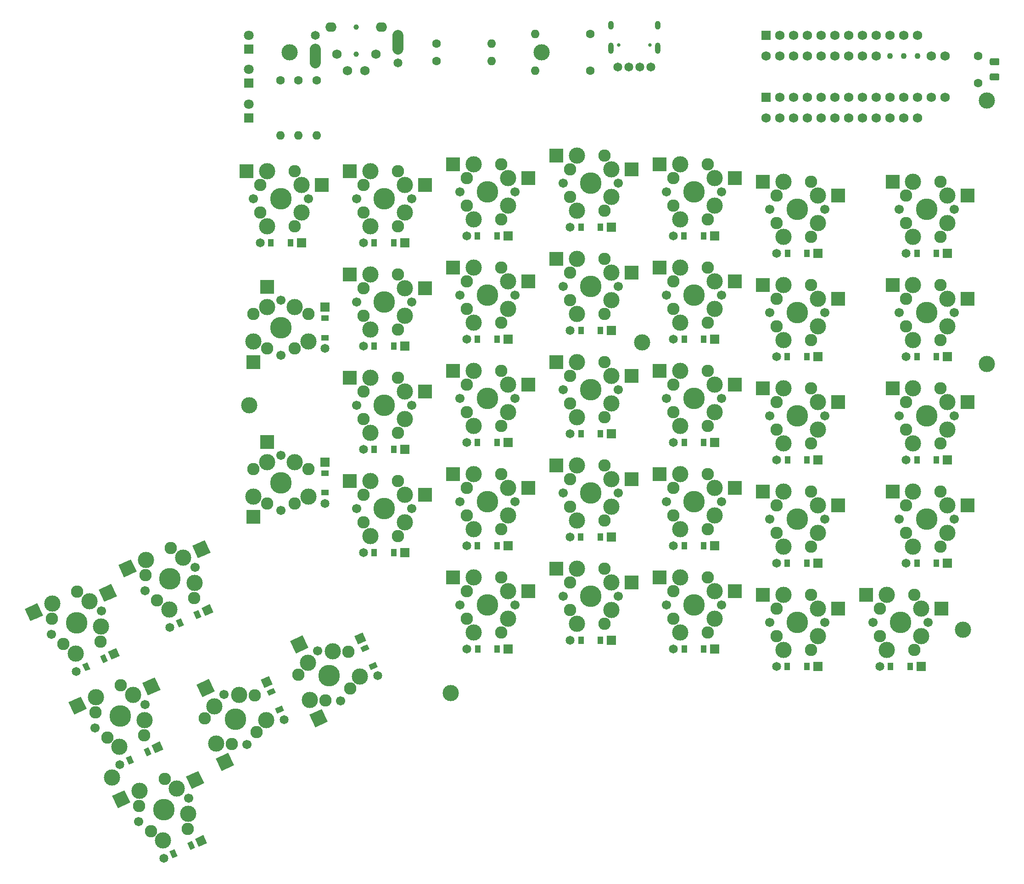
<source format=gbr>
G04 #@! TF.GenerationSoftware,KiCad,Pcbnew,(5.1.4)-1*
G04 #@! TF.CreationDate,2019-09-13T04:19:27+08:00*
G04 #@! TF.ProjectId,ErgoDoxTW,4572676f-446f-4785-9457-2e6b69636164,rev?*
G04 #@! TF.SameCoordinates,Original*
G04 #@! TF.FileFunction,Soldermask,Top*
G04 #@! TF.FilePolarity,Negative*
%FSLAX46Y46*%
G04 Gerber Fmt 4.6, Leading zero omitted, Abs format (unit mm)*
G04 Created by KiCad (PCBNEW (5.1.4)-1) date 2019-09-13 04:19:27*
%MOMM*%
%LPD*%
G04 APERTURE LIST*
%ADD10C,2.000000*%
%ADD11C,1.000000*%
%ADD12C,0.150000*%
%ADD13C,1.651000*%
%ADD14C,2.500000*%
%ADD15C,1.701800*%
%ADD16C,2.286000*%
%ADD17C,3.987800*%
%ADD18C,3.000000*%
%ADD19C,0.650000*%
%ADD20O,1.000000X2.100000*%
%ADD21O,1.000000X1.600000*%
%ADD22O,1.600000X1.600000*%
%ADD23C,1.600000*%
%ADD24C,1.800000*%
%ADD25R,1.800000X1.800000*%
%ADD26R,1.000000X1.400000*%
%ADD27R,2.550000X2.500000*%
%ADD28R,1.651000X1.651000*%
%ADD29R,1.400000X1.000000*%
%ADD30R,2.500000X2.550000*%
%ADD31C,1.752600*%
%ADD32C,1.092200*%
%ADD33R,1.752600X1.752600*%
%ADD34C,0.990600*%
%ADD35O,2.057400X1.752600*%
%ADD36C,1.250000*%
G04 APERTURE END LIST*
D10*
X103841862Y-28818859D02*
X103841862Y-26278859D01*
X88601982Y-31358806D02*
X88601982Y-28818806D01*
D11*
X46364907Y-142750255D03*
D12*
G36*
X46207586Y-143595980D02*
G01*
X45615920Y-142327149D01*
X46522228Y-141904530D01*
X47113894Y-143173361D01*
X46207586Y-143595980D01*
X46207586Y-143595980D01*
G37*
D11*
X49627615Y-141228829D03*
D12*
G36*
X49470294Y-142074554D02*
G01*
X48878628Y-140805723D01*
X49784936Y-140383104D01*
X50376602Y-141651935D01*
X49470294Y-142074554D01*
X49470294Y-142074554D01*
G37*
D13*
X44543229Y-143599717D03*
D14*
X50339456Y-129126056D03*
D12*
G36*
X49712186Y-130797779D02*
G01*
X48655641Y-128532010D01*
X50966726Y-127454333D01*
X52023271Y-129720102D01*
X49712186Y-130797779D01*
X49712186Y-130797779D01*
G37*
D15*
X39957176Y-136769973D03*
X49165264Y-132476171D03*
D16*
X40034737Y-133931226D03*
D17*
X44561220Y-134623072D03*
D16*
X44716341Y-128945578D03*
D18*
X49087703Y-135314918D03*
X44406099Y-140300566D03*
D14*
X36713643Y-132677297D03*
D12*
G36*
X36086373Y-134349020D02*
G01*
X35029828Y-132083251D01*
X37340913Y-131005574D01*
X38397458Y-133271343D01*
X36086373Y-134349020D01*
X36086373Y-134349020D01*
G37*
D16*
X42181638Y-138535269D03*
X49010143Y-138153665D03*
D18*
X46940802Y-130710875D03*
X40112297Y-131092479D03*
D13*
X51449294Y-140379366D03*
D12*
G36*
X51050008Y-141476394D02*
G01*
X50352266Y-139980080D01*
X51848580Y-139282338D01*
X52546322Y-140778652D01*
X51050008Y-141476394D01*
X51050008Y-141476394D01*
G37*
D11*
X82027980Y-150667140D03*
D12*
G36*
X82873705Y-150824461D02*
G01*
X81604874Y-151416127D01*
X81182255Y-150509819D01*
X82451086Y-149918153D01*
X82873705Y-150824461D01*
X82873705Y-150824461D01*
G37*
D11*
X80506554Y-147404432D03*
D12*
G36*
X81352279Y-147561753D02*
G01*
X80083448Y-148153419D01*
X79660829Y-147247111D01*
X80929660Y-146655445D01*
X81352279Y-147561753D01*
X81352279Y-147561753D01*
G37*
D13*
X82877442Y-152488818D03*
D14*
X68403781Y-146692591D03*
D12*
G36*
X70075504Y-147319861D02*
G01*
X67809735Y-148376406D01*
X66732058Y-146065321D01*
X68997827Y-145008776D01*
X70075504Y-147319861D01*
X70075504Y-147319861D01*
G37*
D15*
X76047698Y-157074871D03*
X71753896Y-147866783D03*
D16*
X73208951Y-156997310D03*
D17*
X73900797Y-152470827D03*
D16*
X68223303Y-152315706D03*
D18*
X74592643Y-147944344D03*
X79578291Y-152625948D03*
D14*
X71955022Y-160318404D03*
D12*
G36*
X73626745Y-160945674D02*
G01*
X71360976Y-162002219D01*
X70283299Y-159691134D01*
X72549068Y-158634589D01*
X73626745Y-160945674D01*
X73626745Y-160945674D01*
G37*
D16*
X77812994Y-154850409D03*
X77431390Y-148021904D03*
D18*
X69988600Y-150091245D03*
X70370204Y-156919750D03*
D13*
X79657091Y-145582753D03*
D12*
G36*
X80754119Y-145982039D02*
G01*
X79257805Y-146679781D01*
X78560063Y-145183467D01*
X80056377Y-144485725D01*
X80754119Y-145982039D01*
X80754119Y-145982039D01*
G37*
D13*
X150498716Y-32123340D03*
X148473316Y-32123340D03*
X146447916Y-32123340D03*
X144397116Y-32123340D03*
D19*
X150366516Y-28099040D03*
X144586516Y-28099040D03*
D20*
X143156516Y-28629040D03*
X151796516Y-28629040D03*
D21*
X143156516Y-24449040D03*
X151796516Y-24449040D03*
D22*
X121135526Y-27785528D03*
D23*
X110975526Y-27785528D03*
D22*
X129187025Y-26075498D03*
D23*
X139347025Y-26075498D03*
D22*
X121141970Y-31071803D03*
D23*
X110981970Y-31071803D03*
D22*
X129186837Y-32797474D03*
D23*
X139346837Y-32797474D03*
D24*
X76326891Y-26278782D03*
D25*
X76326891Y-28818782D03*
D24*
X76327115Y-38978667D03*
D25*
X76327115Y-41518667D03*
D24*
X76327365Y-32578628D03*
D25*
X76327365Y-35118628D03*
D26*
X199582609Y-104584587D03*
X203182609Y-104584587D03*
D13*
X197572609Y-104584587D03*
D27*
X208942609Y-93916587D03*
D15*
X196302609Y-96456587D03*
X206462609Y-96456587D03*
D16*
X197572609Y-93916587D03*
D17*
X201382609Y-96456587D03*
D16*
X203922609Y-91376587D03*
D18*
X205192609Y-98996587D03*
X198842609Y-101536587D03*
D27*
X195092609Y-91376587D03*
D16*
X197572609Y-98996587D03*
X203922609Y-101536587D03*
D18*
X205192609Y-93916587D03*
X198842609Y-91376587D03*
D28*
X205192609Y-104584587D03*
D26*
X199582366Y-85533777D03*
X203182366Y-85533777D03*
D13*
X197572366Y-85533777D03*
D27*
X208942366Y-74865777D03*
D15*
X196302366Y-77405777D03*
X206462366Y-77405777D03*
D16*
X197572366Y-74865777D03*
D17*
X201382366Y-77405777D03*
D16*
X203922366Y-72325777D03*
D18*
X205192366Y-79945777D03*
X198842366Y-82485777D03*
D27*
X195092366Y-72325777D03*
D16*
X197572366Y-79945777D03*
X203922366Y-82485777D03*
D18*
X205192366Y-74865777D03*
X198842366Y-72325777D03*
D28*
X205192366Y-85533777D03*
D26*
X199582430Y-123634490D03*
X203182430Y-123634490D03*
D13*
X197572430Y-123634490D03*
D27*
X208942430Y-112966490D03*
D15*
X196302430Y-115506490D03*
X206462430Y-115506490D03*
D16*
X197572430Y-112966490D03*
D17*
X201382430Y-115506490D03*
D16*
X203922430Y-110426490D03*
D18*
X205192430Y-118046490D03*
X198842430Y-120586490D03*
D27*
X195092430Y-110426490D03*
D16*
X197572430Y-118046490D03*
X203922430Y-120586490D03*
D18*
X205192430Y-112966490D03*
X198842430Y-110426490D03*
D28*
X205192430Y-123634490D03*
D26*
X199582001Y-66487437D03*
X203182001Y-66487437D03*
D13*
X197572001Y-66487437D03*
D27*
X208942001Y-55819437D03*
D15*
X196302001Y-58359437D03*
X206462001Y-58359437D03*
D16*
X197572001Y-55819437D03*
D17*
X201382001Y-58359437D03*
D16*
X203922001Y-53279437D03*
D18*
X205192001Y-60899437D03*
X198842001Y-63439437D03*
D27*
X195092001Y-53279437D03*
D16*
X197572001Y-60899437D03*
X203922001Y-63439437D03*
D18*
X205192001Y-55819437D03*
X198842001Y-53279437D03*
D28*
X205192001Y-66487437D03*
D11*
X63629164Y-134699800D03*
D12*
G36*
X63471843Y-135545525D02*
G01*
X62880177Y-134276694D01*
X63786485Y-133854075D01*
X64378151Y-135122906D01*
X63471843Y-135545525D01*
X63471843Y-135545525D01*
G37*
D11*
X66891872Y-133178374D03*
D12*
G36*
X66734551Y-134024099D02*
G01*
X66142885Y-132755268D01*
X67049193Y-132332649D01*
X67640859Y-133601480D01*
X66734551Y-134024099D01*
X66734551Y-134024099D01*
G37*
D13*
X61807486Y-135549262D03*
D14*
X67603713Y-121075601D03*
D12*
G36*
X66976443Y-122747324D02*
G01*
X65919898Y-120481555D01*
X68230983Y-119403878D01*
X69287528Y-121669647D01*
X66976443Y-122747324D01*
X66976443Y-122747324D01*
G37*
D15*
X57221433Y-128719518D03*
X66429521Y-124425716D03*
D16*
X57298994Y-125880771D03*
D17*
X61825477Y-126572617D03*
D16*
X61980598Y-120895123D03*
D18*
X66351960Y-127264463D03*
X61670356Y-132250111D03*
D14*
X53977900Y-124626842D03*
D12*
G36*
X53350630Y-126298565D02*
G01*
X52294085Y-124032796D01*
X54605170Y-122955119D01*
X55661715Y-125220888D01*
X53350630Y-126298565D01*
X53350630Y-126298565D01*
G37*
D16*
X59445895Y-130484814D03*
X66274400Y-130103210D03*
D18*
X64205059Y-122660420D03*
X57376554Y-123042024D03*
D13*
X68713551Y-132328911D03*
D12*
G36*
X68314265Y-133425939D02*
G01*
X67616523Y-131929625D01*
X69112837Y-131231883D01*
X69810579Y-132728197D01*
X68314265Y-133425939D01*
X68314265Y-133425939D01*
G37*
D26*
X99501765Y-121729968D03*
X103101765Y-121729968D03*
D13*
X97491765Y-121729968D03*
D27*
X108861765Y-111061968D03*
D15*
X96221765Y-113601968D03*
X106381765Y-113601968D03*
D16*
X97491765Y-111061968D03*
D17*
X101301765Y-113601968D03*
D16*
X103841765Y-108521968D03*
D18*
X105111765Y-116141968D03*
X98761765Y-118681968D03*
D27*
X95011765Y-108521968D03*
D16*
X97491765Y-116141968D03*
X103841765Y-118681968D03*
D18*
X105111765Y-111061968D03*
X98761765Y-108521968D03*
D28*
X105111765Y-121729968D03*
D26*
X137602655Y-61711581D03*
X141202655Y-61711581D03*
D13*
X135592655Y-61711581D03*
D27*
X146962655Y-51043581D03*
D15*
X134322655Y-53583581D03*
X144482655Y-53583581D03*
D16*
X135592655Y-51043581D03*
D17*
X139402655Y-53583581D03*
D16*
X141942655Y-48503581D03*
D18*
X143212655Y-56123581D03*
X136862655Y-58663581D03*
D27*
X133112655Y-48503581D03*
D16*
X135592655Y-56123581D03*
X141942655Y-58663581D03*
D18*
X143212655Y-51043581D03*
X136862655Y-48503581D03*
D28*
X143212655Y-61711581D03*
D26*
X99501989Y-64581949D03*
X103101989Y-64581949D03*
D13*
X97491989Y-64581949D03*
D27*
X108861989Y-53913949D03*
D15*
X96221989Y-56453949D03*
X106381989Y-56453949D03*
D16*
X97491989Y-53913949D03*
D17*
X101301989Y-56453949D03*
D16*
X103841989Y-51373949D03*
D18*
X105111989Y-58993949D03*
X98761989Y-61533949D03*
D27*
X95011989Y-51373949D03*
D16*
X97491989Y-58993949D03*
X103841989Y-61533949D03*
D18*
X105111989Y-53913949D03*
X98761989Y-51373949D03*
D28*
X105111989Y-64581949D03*
D26*
X118551859Y-82359328D03*
X122151859Y-82359328D03*
D13*
X116541859Y-82359328D03*
D27*
X127911859Y-71691328D03*
D15*
X115271859Y-74231328D03*
X125431859Y-74231328D03*
D16*
X116541859Y-71691328D03*
D17*
X120351859Y-74231328D03*
D16*
X122891859Y-69151328D03*
D18*
X124161859Y-76771328D03*
X117811859Y-79311328D03*
D27*
X114061859Y-69151328D03*
D16*
X116541859Y-76771328D03*
X122891859Y-79311328D03*
D18*
X124161859Y-71691328D03*
X117811859Y-69151328D03*
D28*
X124161859Y-82359328D03*
D26*
X137602475Y-80761484D03*
X141202475Y-80761484D03*
D13*
X135592475Y-80761484D03*
D27*
X146962475Y-70093484D03*
D15*
X134322475Y-72633484D03*
X144482475Y-72633484D03*
D16*
X135592475Y-70093484D03*
D17*
X139402475Y-72633484D03*
D16*
X141942475Y-67553484D03*
D18*
X143212475Y-75173484D03*
X136862475Y-77713484D03*
D27*
X133112475Y-67553484D03*
D16*
X135592475Y-75173484D03*
X141942475Y-77713484D03*
D18*
X143212475Y-70093484D03*
X136862475Y-67553484D03*
D28*
X143212475Y-80761484D03*
D26*
X99501702Y-83629255D03*
X103101702Y-83629255D03*
D13*
X97491702Y-83629255D03*
D27*
X108861702Y-72961255D03*
D15*
X96221702Y-75501255D03*
X106381702Y-75501255D03*
D16*
X97491702Y-72961255D03*
D17*
X101301702Y-75501255D03*
D16*
X103841702Y-70421255D03*
D18*
X105111702Y-78041255D03*
X98761702Y-80581255D03*
D27*
X95011702Y-70421255D03*
D16*
X97491702Y-78041255D03*
X103841702Y-80581255D03*
D18*
X105111702Y-72961255D03*
X98761702Y-70421255D03*
D28*
X105111702Y-83629255D03*
D29*
X90379844Y-82064336D03*
X90379844Y-78464336D03*
D13*
X90379844Y-84074336D03*
D30*
X79711844Y-72704336D03*
D15*
X82251844Y-85344336D03*
X82251844Y-75184336D03*
D16*
X79711844Y-84074336D03*
D17*
X82251844Y-80264336D03*
D16*
X77171844Y-77724336D03*
D18*
X84791844Y-76454336D03*
X87331844Y-82804336D03*
D30*
X77171844Y-86554336D03*
D16*
X84791844Y-84074336D03*
X87331844Y-77724336D03*
D18*
X79711844Y-76454336D03*
X77171844Y-82804336D03*
D28*
X90379844Y-76454336D03*
D26*
X118552039Y-63309424D03*
X122152039Y-63309424D03*
D13*
X116542039Y-63309424D03*
D27*
X127912039Y-52641424D03*
D15*
X115272039Y-55181424D03*
X125432039Y-55181424D03*
D16*
X116542039Y-52641424D03*
D17*
X120352039Y-55181424D03*
D16*
X122892039Y-50101424D03*
D18*
X124162039Y-57721424D03*
X117812039Y-60261424D03*
D27*
X114062039Y-50101424D03*
D16*
X116542039Y-57721424D03*
X122892039Y-60261424D03*
D18*
X124162039Y-52641424D03*
X117812039Y-50101424D03*
D28*
X124162039Y-63309424D03*
D26*
X175702202Y-66486377D03*
X179302202Y-66486377D03*
D13*
X173692202Y-66486377D03*
D27*
X185062202Y-55818377D03*
D15*
X172422202Y-58358377D03*
X182582202Y-58358377D03*
D16*
X173692202Y-55818377D03*
D17*
X177502202Y-58358377D03*
D16*
X180042202Y-53278377D03*
D18*
X181312202Y-60898377D03*
X174962202Y-63438377D03*
D27*
X171212202Y-53278377D03*
D16*
X173692202Y-60898377D03*
X180042202Y-63438377D03*
D18*
X181312202Y-55818377D03*
X174962202Y-53278377D03*
D28*
X181312202Y-66486377D03*
D26*
X156651846Y-63309784D03*
X160251846Y-63309784D03*
D13*
X154641846Y-63309784D03*
D27*
X166011846Y-52641784D03*
D15*
X153371846Y-55181784D03*
X163531846Y-55181784D03*
D16*
X154641846Y-52641784D03*
D17*
X158451846Y-55181784D03*
D16*
X160991846Y-50101784D03*
D18*
X162261846Y-57721784D03*
X155911846Y-60261784D03*
D27*
X152161846Y-50101784D03*
D16*
X154641846Y-57721784D03*
X160991846Y-60261784D03*
D18*
X162261846Y-52641784D03*
X155911846Y-50101784D03*
D28*
X162261846Y-63309784D03*
D26*
X175702084Y-85534046D03*
X179302084Y-85534046D03*
D13*
X173692084Y-85534046D03*
D27*
X185062084Y-74866046D03*
D15*
X172422084Y-77406046D03*
X182582084Y-77406046D03*
D16*
X173692084Y-74866046D03*
D17*
X177502084Y-77406046D03*
D16*
X180042084Y-72326046D03*
D18*
X181312084Y-79946046D03*
X174962084Y-82486046D03*
D27*
X171212084Y-72326046D03*
D16*
X173692084Y-79946046D03*
X180042084Y-82486046D03*
D18*
X181312084Y-74866046D03*
X174962084Y-72326046D03*
D28*
X181312084Y-85534046D03*
D26*
X156652572Y-82359265D03*
X160252572Y-82359265D03*
D13*
X154642572Y-82359265D03*
D27*
X166012572Y-71691265D03*
D15*
X153372572Y-74231265D03*
X163532572Y-74231265D03*
D16*
X154642572Y-71691265D03*
D17*
X158452572Y-74231265D03*
D16*
X160992572Y-69151265D03*
D18*
X162262572Y-76771265D03*
X155912572Y-79311265D03*
D27*
X152162572Y-69151265D03*
D16*
X154642572Y-76771265D03*
X160992572Y-79311265D03*
D18*
X162262572Y-71691265D03*
X155912572Y-69151265D03*
D28*
X162262572Y-82359265D03*
D26*
X175702326Y-104584856D03*
X179302326Y-104584856D03*
D13*
X173692326Y-104584856D03*
D27*
X185062326Y-93916856D03*
D15*
X172422326Y-96456856D03*
X182582326Y-96456856D03*
D16*
X173692326Y-93916856D03*
D17*
X177502326Y-96456856D03*
D16*
X180042326Y-91376856D03*
D18*
X181312326Y-98996856D03*
X174962326Y-101536856D03*
D27*
X171212326Y-91376856D03*
D16*
X173692326Y-98996856D03*
X180042326Y-101536856D03*
D18*
X181312326Y-93916856D03*
X174962326Y-91376856D03*
D28*
X181312326Y-104584856D03*
D26*
X156652393Y-101409168D03*
X160252393Y-101409168D03*
D13*
X154642393Y-101409168D03*
D27*
X166012393Y-90741168D03*
D15*
X153372393Y-93281168D03*
X163532393Y-93281168D03*
D16*
X154642393Y-90741168D03*
D17*
X158452393Y-93281168D03*
D16*
X160992393Y-88201168D03*
D18*
X162262393Y-95821168D03*
X155912393Y-98361168D03*
D27*
X152162393Y-88201168D03*
D16*
X154642393Y-95821168D03*
X160992393Y-98361168D03*
D18*
X162262393Y-90741168D03*
X155912393Y-88201168D03*
D28*
X162262393Y-101409168D03*
D26*
X137602296Y-99811388D03*
X141202296Y-99811388D03*
D13*
X135592296Y-99811388D03*
D27*
X146962296Y-89143388D03*
D15*
X134322296Y-91683388D03*
X144482296Y-91683388D03*
D16*
X135592296Y-89143388D03*
D17*
X139402296Y-91683388D03*
D16*
X141942296Y-86603388D03*
D18*
X143212296Y-94223388D03*
X136862296Y-96763388D03*
D27*
X133112296Y-86603388D03*
D16*
X135592296Y-94223388D03*
X141942296Y-96763388D03*
D18*
X143212296Y-89143388D03*
X136862296Y-86603388D03*
D28*
X143212296Y-99811388D03*
D26*
X118552102Y-101410138D03*
X122152102Y-101410138D03*
D13*
X116542102Y-101410138D03*
D27*
X127912102Y-90742138D03*
D15*
X115272102Y-93282138D03*
X125432102Y-93282138D03*
D16*
X116542102Y-90742138D03*
D17*
X120352102Y-93282138D03*
D16*
X122892102Y-88202138D03*
D18*
X124162102Y-95822138D03*
X117812102Y-98362138D03*
D27*
X114062102Y-88202138D03*
D16*
X116542102Y-95822138D03*
X122892102Y-98362138D03*
D18*
X124162102Y-90742138D03*
X117812102Y-88202138D03*
D28*
X124162102Y-101410138D03*
D26*
X99501945Y-102680064D03*
X103101945Y-102680064D03*
D13*
X97491945Y-102680064D03*
D27*
X108861945Y-92012064D03*
D15*
X96221945Y-94552064D03*
X106381945Y-94552064D03*
D16*
X97491945Y-92012064D03*
D17*
X101301945Y-94552064D03*
D16*
X103841945Y-89472064D03*
D18*
X105111945Y-97092064D03*
X98761945Y-99632064D03*
D27*
X95011945Y-89472064D03*
D16*
X97491945Y-97092064D03*
X103841945Y-99632064D03*
D18*
X105111945Y-92012064D03*
X98761945Y-89472064D03*
D28*
X105111945Y-102680064D03*
D26*
X175702147Y-123634759D03*
X179302147Y-123634759D03*
D13*
X173692147Y-123634759D03*
D27*
X185062147Y-112966759D03*
D15*
X172422147Y-115506759D03*
X182582147Y-115506759D03*
D16*
X173692147Y-112966759D03*
D17*
X177502147Y-115506759D03*
D16*
X180042147Y-110426759D03*
D18*
X181312147Y-118046759D03*
X174962147Y-120586759D03*
D27*
X171212147Y-110426759D03*
D16*
X173692147Y-118046759D03*
X180042147Y-120586759D03*
D18*
X181312147Y-112966759D03*
X174962147Y-110426759D03*
D28*
X181312147Y-123634759D03*
D26*
X156652636Y-120459978D03*
X160252636Y-120459978D03*
D13*
X154642636Y-120459978D03*
D27*
X166012636Y-109791978D03*
D15*
X153372636Y-112331978D03*
X163532636Y-112331978D03*
D16*
X154642636Y-109791978D03*
D17*
X158452636Y-112331978D03*
D16*
X160992636Y-107251978D03*
D18*
X162262636Y-114871978D03*
X155912636Y-117411978D03*
D27*
X152162636Y-107251978D03*
D16*
X154642636Y-114871978D03*
X160992636Y-117411978D03*
D18*
X162262636Y-109791978D03*
X155912636Y-107251978D03*
D28*
X162262636Y-120459978D03*
D26*
X137602116Y-118861291D03*
X141202116Y-118861291D03*
D13*
X135592116Y-118861291D03*
D27*
X146962116Y-108193291D03*
D15*
X134322116Y-110733291D03*
X144482116Y-110733291D03*
D16*
X135592116Y-108193291D03*
D17*
X139402116Y-110733291D03*
D16*
X141942116Y-105653291D03*
D18*
X143212116Y-113273291D03*
X136862116Y-115813291D03*
D27*
X133112116Y-105653291D03*
D16*
X135592116Y-113273291D03*
X141942116Y-115813291D03*
D18*
X143212116Y-108193291D03*
X136862116Y-105653291D03*
D28*
X143212116Y-118861291D03*
D26*
X118551922Y-120460041D03*
X122151922Y-120460041D03*
D13*
X116541922Y-120460041D03*
D27*
X127911922Y-109792041D03*
D15*
X115271922Y-112332041D03*
X125431922Y-112332041D03*
D16*
X116541922Y-109792041D03*
D17*
X120351922Y-112332041D03*
D16*
X122891922Y-107252041D03*
D18*
X124161922Y-114872041D03*
X117811922Y-117412041D03*
D27*
X114061922Y-107252041D03*
D16*
X116541922Y-114872041D03*
X122891922Y-117412041D03*
D18*
X124161922Y-109792041D03*
X117811922Y-107252041D03*
D28*
X124161922Y-120460041D03*
D29*
X90380088Y-110638400D03*
X90380088Y-107038400D03*
D13*
X90380088Y-112648400D03*
D30*
X79712088Y-101278400D03*
D15*
X82252088Y-113918400D03*
X82252088Y-103758400D03*
D16*
X79712088Y-112648400D03*
D17*
X82252088Y-108838400D03*
D16*
X77172088Y-106298400D03*
D18*
X84792088Y-105028400D03*
X87332088Y-111378400D03*
D30*
X77172088Y-115128400D03*
D16*
X84792088Y-112648400D03*
X87332088Y-106298400D03*
D18*
X79712088Y-105028400D03*
X77172088Y-111378400D03*
D28*
X90380088Y-105028400D03*
D26*
X194751871Y-142684842D03*
X198351871Y-142684842D03*
D13*
X192741871Y-142684842D03*
D27*
X204111871Y-132016842D03*
D15*
X191471871Y-134556842D03*
X201631871Y-134556842D03*
D16*
X192741871Y-132016842D03*
D17*
X196551871Y-134556842D03*
D16*
X199091871Y-129476842D03*
D18*
X200361871Y-137096842D03*
X194011871Y-139636842D03*
D27*
X190261871Y-129476842D03*
D16*
X192741871Y-137096842D03*
X199091871Y-139636842D03*
D18*
X200361871Y-132016842D03*
X194011871Y-129476842D03*
D28*
X200361871Y-142684842D03*
D26*
X175701967Y-142684663D03*
X179301967Y-142684663D03*
D13*
X173691967Y-142684663D03*
D27*
X185061967Y-132016663D03*
D15*
X172421967Y-134556663D03*
X182581967Y-134556663D03*
D16*
X173691967Y-132016663D03*
D17*
X177501967Y-134556663D03*
D16*
X180041967Y-129476663D03*
D18*
X181311967Y-137096663D03*
X174961967Y-139636663D03*
D27*
X171211967Y-129476663D03*
D16*
X173691967Y-137096663D03*
X180041967Y-139636663D03*
D18*
X181311967Y-132016663D03*
X174961967Y-129476663D03*
D28*
X181311967Y-142684663D03*
D26*
X156652456Y-139509882D03*
X160252456Y-139509882D03*
D13*
X154642456Y-139509882D03*
D27*
X166012456Y-128841882D03*
D15*
X153372456Y-131381882D03*
X163532456Y-131381882D03*
D16*
X154642456Y-128841882D03*
D17*
X158452456Y-131381882D03*
D16*
X160992456Y-126301882D03*
D18*
X162262456Y-133921882D03*
X155912456Y-136461882D03*
D27*
X152162456Y-126301882D03*
D16*
X154642456Y-133921882D03*
X160992456Y-136461882D03*
D18*
X162262456Y-128841882D03*
X155912456Y-126301882D03*
D28*
X162262456Y-139509882D03*
D26*
X137602359Y-137912101D03*
X141202359Y-137912101D03*
D13*
X135592359Y-137912101D03*
D27*
X146962359Y-127244101D03*
D15*
X134322359Y-129784101D03*
X144482359Y-129784101D03*
D16*
X135592359Y-127244101D03*
D17*
X139402359Y-129784101D03*
D16*
X141942359Y-124704101D03*
D18*
X143212359Y-132324101D03*
X136862359Y-134864101D03*
D27*
X133112359Y-124704101D03*
D16*
X135592359Y-132324101D03*
X141942359Y-134864101D03*
D18*
X143212359Y-127244101D03*
X136862359Y-124704101D03*
D28*
X143212359Y-137912101D03*
D26*
X118552649Y-139509522D03*
X122152649Y-139509522D03*
D13*
X116542649Y-139509522D03*
D27*
X127912649Y-128841522D03*
D15*
X115272649Y-131381522D03*
X125432649Y-131381522D03*
D16*
X116542649Y-128841522D03*
D17*
X120352649Y-131381522D03*
D16*
X122892649Y-126301522D03*
D18*
X124162649Y-133921522D03*
X117812649Y-136461522D03*
D27*
X114062649Y-126301522D03*
D16*
X116542649Y-133921522D03*
X122892649Y-136461522D03*
D18*
X124162649Y-128841522D03*
X117812649Y-126301522D03*
D28*
X124162649Y-139509522D03*
D11*
X62465938Y-177280920D03*
D12*
G36*
X62308617Y-178126645D02*
G01*
X61716951Y-176857814D01*
X62623259Y-176435195D01*
X63214925Y-177704026D01*
X62308617Y-178126645D01*
X62308617Y-178126645D01*
G37*
D11*
X65728646Y-175759494D03*
D12*
G36*
X65571325Y-176605219D02*
G01*
X64979659Y-175336388D01*
X65885967Y-174913769D01*
X66477633Y-176182600D01*
X65571325Y-176605219D01*
X65571325Y-176605219D01*
G37*
D13*
X60644260Y-178130382D03*
D14*
X66440487Y-163656721D03*
D12*
G36*
X65813217Y-165328444D02*
G01*
X64756672Y-163062675D01*
X67067757Y-161984998D01*
X68124302Y-164250767D01*
X65813217Y-165328444D01*
X65813217Y-165328444D01*
G37*
D15*
X56058207Y-171300638D03*
X65266295Y-167006836D03*
D16*
X56135768Y-168461891D03*
D17*
X60662251Y-169153737D03*
D16*
X60817372Y-163476243D03*
D18*
X65188734Y-169845583D03*
X60507130Y-174831231D03*
D14*
X52814674Y-167207962D03*
D12*
G36*
X52187404Y-168879685D02*
G01*
X51130859Y-166613916D01*
X53441944Y-165536239D01*
X54498489Y-167802008D01*
X52187404Y-168879685D01*
X52187404Y-168879685D01*
G37*
D16*
X58282669Y-173065934D03*
X65111174Y-172684330D03*
D18*
X63041833Y-165241540D03*
X56213328Y-165623144D03*
D13*
X67550325Y-174910031D03*
D12*
G36*
X67151039Y-176007059D02*
G01*
X66453297Y-174510745D01*
X67949611Y-173813003D01*
X68647353Y-175309317D01*
X67151039Y-176007059D01*
X67151039Y-176007059D01*
G37*
D11*
X99292026Y-142614576D03*
D12*
G36*
X100137751Y-142771897D02*
G01*
X98868920Y-143363563D01*
X98446301Y-142457255D01*
X99715132Y-141865589D01*
X100137751Y-142771897D01*
X100137751Y-142771897D01*
G37*
D11*
X97770600Y-139351868D03*
D12*
G36*
X98616325Y-139509189D02*
G01*
X97347494Y-140100855D01*
X96924875Y-139194547D01*
X98193706Y-138602881D01*
X98616325Y-139509189D01*
X98616325Y-139509189D01*
G37*
D13*
X100141488Y-144436254D03*
D14*
X85667827Y-138640027D03*
D12*
G36*
X87339550Y-139267297D02*
G01*
X85073781Y-140323842D01*
X83996104Y-138012757D01*
X86261873Y-136956212D01*
X87339550Y-139267297D01*
X87339550Y-139267297D01*
G37*
D15*
X93311744Y-149022307D03*
X89017942Y-139814219D03*
D16*
X90472997Y-148944746D03*
D17*
X91164843Y-144418263D03*
D16*
X85487349Y-144263142D03*
D18*
X91856689Y-139891780D03*
X96842337Y-144573384D03*
D14*
X89219068Y-152265840D03*
D12*
G36*
X90890791Y-152893110D02*
G01*
X88625022Y-153949655D01*
X87547345Y-151638570D01*
X89813114Y-150582025D01*
X90890791Y-152893110D01*
X90890791Y-152893110D01*
G37*
D16*
X95077040Y-146797845D03*
X94695436Y-139969340D03*
D18*
X87252646Y-142038681D03*
X87634250Y-148867186D03*
D13*
X96921137Y-137530189D03*
D12*
G36*
X98018165Y-137929475D02*
G01*
X96521851Y-138627217D01*
X95824109Y-137130903D01*
X97320423Y-136433161D01*
X98018165Y-137929475D01*
X98018165Y-137929475D01*
G37*
D11*
X54414124Y-160013986D03*
D12*
G36*
X54256803Y-160859711D02*
G01*
X53665137Y-159590880D01*
X54571445Y-159168261D01*
X55163111Y-160437092D01*
X54256803Y-160859711D01*
X54256803Y-160859711D01*
G37*
D11*
X57676832Y-158492560D03*
D12*
G36*
X57519511Y-159338285D02*
G01*
X56927845Y-158069454D01*
X57834153Y-157646835D01*
X58425819Y-158915666D01*
X57519511Y-159338285D01*
X57519511Y-159338285D01*
G37*
D13*
X52592446Y-160863448D03*
D14*
X58388673Y-146389787D03*
D12*
G36*
X57761403Y-148061510D02*
G01*
X56704858Y-145795741D01*
X59015943Y-144718064D01*
X60072488Y-146983833D01*
X57761403Y-148061510D01*
X57761403Y-148061510D01*
G37*
D15*
X48006393Y-154033704D03*
X57214481Y-149739902D03*
D16*
X48083954Y-151194957D03*
D17*
X52610437Y-151886803D03*
D16*
X52765558Y-146209309D03*
D18*
X57136920Y-152578649D03*
X52455316Y-157564297D03*
D14*
X44762860Y-149941028D03*
D12*
G36*
X44135590Y-151612751D02*
G01*
X43079045Y-149346982D01*
X45390130Y-148269305D01*
X46446675Y-150535074D01*
X44135590Y-151612751D01*
X44135590Y-151612751D01*
G37*
D16*
X50230855Y-155799000D03*
X57059360Y-155417396D03*
D18*
X54990019Y-147974606D03*
X48161514Y-148356210D03*
D13*
X59498511Y-157643097D03*
D12*
G36*
X59099225Y-158740125D02*
G01*
X58401483Y-157243811D01*
X59897797Y-156546069D01*
X60595539Y-158042383D01*
X59099225Y-158740125D01*
X59099225Y-158740125D01*
G37*
D26*
X80452128Y-64581860D03*
X84052128Y-64581860D03*
D13*
X78442128Y-64581860D03*
D27*
X89812128Y-53913860D03*
D15*
X77172128Y-56453860D03*
X87332128Y-56453860D03*
D16*
X78442128Y-53913860D03*
D17*
X82252128Y-56453860D03*
D16*
X84792128Y-51373860D03*
D18*
X86062128Y-58993860D03*
X79712128Y-61533860D03*
D27*
X75962128Y-51373860D03*
D16*
X78442128Y-58993860D03*
X84792128Y-61533860D03*
D18*
X86062128Y-53913860D03*
X79712128Y-51373860D03*
D28*
X86062128Y-64581860D03*
D31*
X171772429Y-30063405D03*
X174312429Y-30063405D03*
X176852429Y-30063405D03*
X179392429Y-30063405D03*
X181932429Y-30063405D03*
X184472429Y-30063405D03*
X187012429Y-30063405D03*
X189552429Y-30063405D03*
X192092429Y-30063405D03*
D32*
X194632429Y-30063405D03*
X197172429Y-30063405D03*
X199712429Y-30063405D03*
D31*
X202252429Y-30063405D03*
X204792429Y-30063405D03*
D33*
X171772429Y-37683405D03*
D31*
X204792429Y-37683405D03*
X202252429Y-37683405D03*
X199712429Y-37683405D03*
X197172429Y-37683405D03*
X194632429Y-37683405D03*
X192092429Y-37683405D03*
X189552429Y-37683405D03*
X187012429Y-37683405D03*
X184472429Y-37683405D03*
X181932429Y-37683405D03*
X179392429Y-37683405D03*
X176852429Y-37683405D03*
X174312429Y-37683405D03*
D34*
X96171160Y-29733192D03*
X96171160Y-24729392D03*
D31*
X99777960Y-29733192D03*
X94570960Y-32831992D03*
D35*
X91522960Y-24729392D03*
D31*
X97771360Y-32831992D03*
X92564360Y-29733192D03*
D35*
X100819360Y-24729392D03*
D13*
X103841862Y-26278859D03*
X103841862Y-28818859D03*
X103841862Y-31358859D03*
X88601982Y-26278806D03*
X88601982Y-28818806D03*
X88601982Y-31358806D03*
D33*
X171787614Y-26278819D03*
D31*
X174327614Y-26278819D03*
X176867614Y-26278819D03*
X179407614Y-26278819D03*
X181947614Y-26278819D03*
X184487614Y-26278819D03*
X187027614Y-26278819D03*
X189567614Y-26278819D03*
X192107614Y-26278819D03*
X194647614Y-26278819D03*
X197187614Y-26278819D03*
X199727614Y-26278819D03*
X199727614Y-41518819D03*
X197187614Y-41518819D03*
X194647614Y-41518819D03*
X192107614Y-41518819D03*
X189567614Y-41518819D03*
X187027614Y-41518819D03*
X184487614Y-41518819D03*
X176867614Y-41518819D03*
X174327614Y-41518819D03*
X171787614Y-41518819D03*
X181947614Y-41518819D03*
X179407614Y-41518819D03*
D23*
X210865009Y-30063056D03*
X210865009Y-35063056D03*
D12*
G36*
X214562565Y-30532206D02*
G01*
X214586834Y-30535806D01*
X214610632Y-30541767D01*
X214633732Y-30550032D01*
X214655910Y-30560522D01*
X214676954Y-30573135D01*
X214696659Y-30587749D01*
X214714838Y-30604225D01*
X214731314Y-30622404D01*
X214745928Y-30642109D01*
X214758541Y-30663153D01*
X214769031Y-30685331D01*
X214777296Y-30708431D01*
X214783257Y-30732229D01*
X214786857Y-30756498D01*
X214788061Y-30781002D01*
X214788061Y-31531002D01*
X214786857Y-31555506D01*
X214783257Y-31579775D01*
X214777296Y-31603573D01*
X214769031Y-31626673D01*
X214758541Y-31648851D01*
X214745928Y-31669895D01*
X214731314Y-31689600D01*
X214714838Y-31707779D01*
X214696659Y-31724255D01*
X214676954Y-31738869D01*
X214655910Y-31751482D01*
X214633732Y-31761972D01*
X214610632Y-31770237D01*
X214586834Y-31776198D01*
X214562565Y-31779798D01*
X214538061Y-31781002D01*
X213288061Y-31781002D01*
X213263557Y-31779798D01*
X213239288Y-31776198D01*
X213215490Y-31770237D01*
X213192390Y-31761972D01*
X213170212Y-31751482D01*
X213149168Y-31738869D01*
X213129463Y-31724255D01*
X213111284Y-31707779D01*
X213094808Y-31689600D01*
X213080194Y-31669895D01*
X213067581Y-31648851D01*
X213057091Y-31626673D01*
X213048826Y-31603573D01*
X213042865Y-31579775D01*
X213039265Y-31555506D01*
X213038061Y-31531002D01*
X213038061Y-30781002D01*
X213039265Y-30756498D01*
X213042865Y-30732229D01*
X213048826Y-30708431D01*
X213057091Y-30685331D01*
X213067581Y-30663153D01*
X213080194Y-30642109D01*
X213094808Y-30622404D01*
X213111284Y-30604225D01*
X213129463Y-30587749D01*
X213149168Y-30573135D01*
X213170212Y-30560522D01*
X213192390Y-30550032D01*
X213215490Y-30541767D01*
X213239288Y-30535806D01*
X213263557Y-30532206D01*
X213288061Y-30531002D01*
X214538061Y-30531002D01*
X214562565Y-30532206D01*
X214562565Y-30532206D01*
G37*
D36*
X213913061Y-31156002D03*
D12*
G36*
X214562565Y-33332206D02*
G01*
X214586834Y-33335806D01*
X214610632Y-33341767D01*
X214633732Y-33350032D01*
X214655910Y-33360522D01*
X214676954Y-33373135D01*
X214696659Y-33387749D01*
X214714838Y-33404225D01*
X214731314Y-33422404D01*
X214745928Y-33442109D01*
X214758541Y-33463153D01*
X214769031Y-33485331D01*
X214777296Y-33508431D01*
X214783257Y-33532229D01*
X214786857Y-33556498D01*
X214788061Y-33581002D01*
X214788061Y-34331002D01*
X214786857Y-34355506D01*
X214783257Y-34379775D01*
X214777296Y-34403573D01*
X214769031Y-34426673D01*
X214758541Y-34448851D01*
X214745928Y-34469895D01*
X214731314Y-34489600D01*
X214714838Y-34507779D01*
X214696659Y-34524255D01*
X214676954Y-34538869D01*
X214655910Y-34551482D01*
X214633732Y-34561972D01*
X214610632Y-34570237D01*
X214586834Y-34576198D01*
X214562565Y-34579798D01*
X214538061Y-34581002D01*
X213288061Y-34581002D01*
X213263557Y-34579798D01*
X213239288Y-34576198D01*
X213215490Y-34570237D01*
X213192390Y-34561972D01*
X213170212Y-34551482D01*
X213149168Y-34538869D01*
X213129463Y-34524255D01*
X213111284Y-34507779D01*
X213094808Y-34489600D01*
X213080194Y-34469895D01*
X213067581Y-34448851D01*
X213057091Y-34426673D01*
X213048826Y-34403573D01*
X213042865Y-34379775D01*
X213039265Y-34355506D01*
X213038061Y-34331002D01*
X213038061Y-33581002D01*
X213039265Y-33556498D01*
X213042865Y-33532229D01*
X213048826Y-33508431D01*
X213057091Y-33485331D01*
X213067581Y-33463153D01*
X213080194Y-33442109D01*
X213094808Y-33422404D01*
X213111284Y-33404225D01*
X213129463Y-33387749D01*
X213149168Y-33373135D01*
X213170212Y-33360522D01*
X213192390Y-33350032D01*
X213215490Y-33341767D01*
X213239288Y-33335806D01*
X213263557Y-33332206D01*
X213288061Y-33331002D01*
X214538061Y-33331002D01*
X214562565Y-33332206D01*
X214562565Y-33332206D01*
G37*
D36*
X213913061Y-33956002D03*
D22*
X82179713Y-44769961D03*
D23*
X82179713Y-34609961D03*
D22*
X85480412Y-44771024D03*
D23*
X85480412Y-34611024D03*
D22*
X88877790Y-44768824D03*
D23*
X88877790Y-34608824D03*
D18*
X148926981Y-82957538D03*
X51094018Y-163197383D03*
X113573593Y-147637537D03*
X208062402Y-135953100D03*
X212462594Y-86953630D03*
X76462255Y-94553947D03*
X212462184Y-38353334D03*
X130361917Y-29453788D03*
X83862221Y-29453700D03*
M02*

</source>
